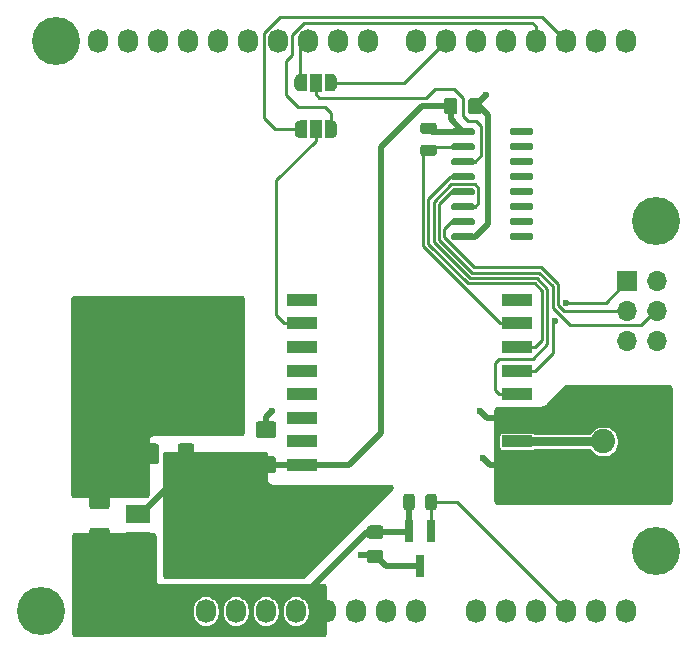
<source format=gtl>
G04 #@! TF.GenerationSoftware,KiCad,Pcbnew,5.1.6-c6e7f7d~87~ubuntu18.04.1*
G04 #@! TF.CreationDate,2020-08-10T00:51:20+02:00*
G04 #@! TF.ProjectId,MyGateway,4d794761-7465-4776-9179-2e6b69636164,rev?*
G04 #@! TF.SameCoordinates,Original*
G04 #@! TF.FileFunction,Copper,L1,Top*
G04 #@! TF.FilePolarity,Positive*
%FSLAX46Y46*%
G04 Gerber Fmt 4.6, Leading zero omitted, Abs format (unit mm)*
G04 Created by KiCad (PCBNEW 5.1.6-c6e7f7d~87~ubuntu18.04.1) date 2020-08-10 00:51:20*
%MOMM*%
%LPD*%
G01*
G04 APERTURE LIST*
G04 #@! TA.AperFunction,SMDPad,CuDef*
%ADD10R,2.500000X1.000000*%
G04 #@! TD*
G04 #@! TA.AperFunction,SMDPad,CuDef*
%ADD11R,0.800000X1.900000*%
G04 #@! TD*
G04 #@! TA.AperFunction,SMDPad,CuDef*
%ADD12R,2.000000X1.500000*%
G04 #@! TD*
G04 #@! TA.AperFunction,SMDPad,CuDef*
%ADD13R,2.000000X3.800000*%
G04 #@! TD*
G04 #@! TA.AperFunction,ComponentPad*
%ADD14C,2.050000*%
G04 #@! TD*
G04 #@! TA.AperFunction,ComponentPad*
%ADD15C,2.250000*%
G04 #@! TD*
G04 #@! TA.AperFunction,ComponentPad*
%ADD16O,1.727200X2.032000*%
G04 #@! TD*
G04 #@! TA.AperFunction,ComponentPad*
%ADD17C,4.064000*%
G04 #@! TD*
G04 #@! TA.AperFunction,ComponentPad*
%ADD18R,1.700000X1.700000*%
G04 #@! TD*
G04 #@! TA.AperFunction,ComponentPad*
%ADD19O,1.700000X1.700000*%
G04 #@! TD*
G04 #@! TA.AperFunction,SMDPad,CuDef*
%ADD20C,0.100000*%
G04 #@! TD*
G04 #@! TA.AperFunction,SMDPad,CuDef*
%ADD21R,1.000000X1.500000*%
G04 #@! TD*
G04 #@! TA.AperFunction,ViaPad*
%ADD22C,0.600000*%
G04 #@! TD*
G04 #@! TA.AperFunction,Conductor*
%ADD23C,0.500000*%
G04 #@! TD*
G04 #@! TA.AperFunction,Conductor*
%ADD24C,0.250000*%
G04 #@! TD*
G04 #@! TA.AperFunction,Conductor*
%ADD25C,0.800000*%
G04 #@! TD*
G04 #@! TA.AperFunction,Conductor*
%ADD26C,0.254000*%
G04 #@! TD*
G04 APERTURE END LIST*
G04 #@! TA.AperFunction,SMDPad,CuDef*
G36*
G01*
X157351750Y-84335000D02*
X158264250Y-84335000D01*
G75*
G02*
X158508000Y-84578750I0J-243750D01*
G01*
X158508000Y-85066250D01*
G75*
G02*
X158264250Y-85310000I-243750J0D01*
G01*
X157351750Y-85310000D01*
G75*
G02*
X157108000Y-85066250I0J243750D01*
G01*
X157108000Y-84578750D01*
G75*
G02*
X157351750Y-84335000I243750J0D01*
G01*
G37*
G04 #@! TD.AperFunction*
G04 #@! TA.AperFunction,SMDPad,CuDef*
G36*
G01*
X157351750Y-82460000D02*
X158264250Y-82460000D01*
G75*
G02*
X158508000Y-82703750I0J-243750D01*
G01*
X158508000Y-83191250D01*
G75*
G02*
X158264250Y-83435000I-243750J0D01*
G01*
X157351750Y-83435000D01*
G75*
G02*
X157108000Y-83191250I0J243750D01*
G01*
X157108000Y-82703750D01*
G75*
G02*
X157351750Y-82460000I243750J0D01*
G01*
G37*
G04 #@! TD.AperFunction*
G04 #@! TA.AperFunction,SMDPad,CuDef*
G36*
G01*
X161158000Y-81525001D02*
X161158000Y-80624999D01*
G75*
G02*
X161407999Y-80375000I249999J0D01*
G01*
X162058001Y-80375000D01*
G75*
G02*
X162308000Y-80624999I0J-249999D01*
G01*
X162308000Y-81525001D01*
G75*
G02*
X162058001Y-81775000I-249999J0D01*
G01*
X161407999Y-81775000D01*
G75*
G02*
X161158000Y-81525001I0J249999D01*
G01*
G37*
G04 #@! TD.AperFunction*
G04 #@! TA.AperFunction,SMDPad,CuDef*
G36*
G01*
X159108000Y-81525001D02*
X159108000Y-80624999D01*
G75*
G02*
X159357999Y-80375000I249999J0D01*
G01*
X160008001Y-80375000D01*
G75*
G02*
X160258000Y-80624999I0J-249999D01*
G01*
X160258000Y-81525001D01*
G75*
G02*
X160008001Y-81775000I-249999J0D01*
G01*
X159357999Y-81775000D01*
G75*
G02*
X159108000Y-81525001I0J249999D01*
G01*
G37*
G04 #@! TD.AperFunction*
G04 #@! TA.AperFunction,SMDPad,CuDef*
G36*
G01*
X144673000Y-109180000D02*
X143423000Y-109180000D01*
G75*
G02*
X143173000Y-108930000I0J250000D01*
G01*
X143173000Y-108005000D01*
G75*
G02*
X143423000Y-107755000I250000J0D01*
G01*
X144673000Y-107755000D01*
G75*
G02*
X144923000Y-108005000I0J-250000D01*
G01*
X144923000Y-108930000D01*
G75*
G02*
X144673000Y-109180000I-250000J0D01*
G01*
G37*
G04 #@! TD.AperFunction*
G04 #@! TA.AperFunction,SMDPad,CuDef*
G36*
G01*
X144673000Y-112155000D02*
X143423000Y-112155000D01*
G75*
G02*
X143173000Y-111905000I0J250000D01*
G01*
X143173000Y-110980000D01*
G75*
G02*
X143423000Y-110730000I250000J0D01*
G01*
X144673000Y-110730000D01*
G75*
G02*
X144923000Y-110980000I0J-250000D01*
G01*
X144923000Y-111905000D01*
G75*
G02*
X144673000Y-112155000I-250000J0D01*
G01*
G37*
G04 #@! TD.AperFunction*
G04 #@! TA.AperFunction,SMDPad,CuDef*
G36*
G01*
X152837999Y-118622500D02*
X153738001Y-118622500D01*
G75*
G02*
X153988000Y-118872499I0J-249999D01*
G01*
X153988000Y-119522501D01*
G75*
G02*
X153738001Y-119772500I-249999J0D01*
G01*
X152837999Y-119772500D01*
G75*
G02*
X152588000Y-119522501I0J249999D01*
G01*
X152588000Y-118872499D01*
G75*
G02*
X152837999Y-118622500I249999J0D01*
G01*
G37*
G04 #@! TD.AperFunction*
G04 #@! TA.AperFunction,SMDPad,CuDef*
G36*
G01*
X152837999Y-116572500D02*
X153738001Y-116572500D01*
G75*
G02*
X153988000Y-116822499I0J-249999D01*
G01*
X153988000Y-117472501D01*
G75*
G02*
X153738001Y-117722500I-249999J0D01*
G01*
X152837999Y-117722500D01*
G75*
G02*
X152588000Y-117472501I0J249999D01*
G01*
X152588000Y-116822499D01*
G75*
G02*
X152837999Y-116572500I249999J0D01*
G01*
G37*
G04 #@! TD.AperFunction*
D10*
X147111000Y-97466900D03*
X147111000Y-99466900D03*
X147111000Y-101466900D03*
X147111000Y-103466900D03*
X147111000Y-105466900D03*
X147111000Y-107466900D03*
X147111000Y-109466900D03*
X147111000Y-111466900D03*
X165311000Y-111466900D03*
X165311000Y-109466900D03*
X165311000Y-107466900D03*
X165311000Y-105466900D03*
X165311000Y-103466900D03*
X165311000Y-101466900D03*
X165311000Y-99466900D03*
X165311000Y-97466900D03*
D11*
X158048000Y-117005000D03*
X156148000Y-117005000D03*
X157098000Y-120005000D03*
G04 #@! TA.AperFunction,SMDPad,CuDef*
G36*
G01*
X164708000Y-83390000D02*
X164708000Y-83090000D01*
G75*
G02*
X164858000Y-82940000I150000J0D01*
G01*
X166508000Y-82940000D01*
G75*
G02*
X166658000Y-83090000I0J-150000D01*
G01*
X166658000Y-83390000D01*
G75*
G02*
X166508000Y-83540000I-150000J0D01*
G01*
X164858000Y-83540000D01*
G75*
G02*
X164708000Y-83390000I0J150000D01*
G01*
G37*
G04 #@! TD.AperFunction*
G04 #@! TA.AperFunction,SMDPad,CuDef*
G36*
G01*
X164708000Y-84660000D02*
X164708000Y-84360000D01*
G75*
G02*
X164858000Y-84210000I150000J0D01*
G01*
X166508000Y-84210000D01*
G75*
G02*
X166658000Y-84360000I0J-150000D01*
G01*
X166658000Y-84660000D01*
G75*
G02*
X166508000Y-84810000I-150000J0D01*
G01*
X164858000Y-84810000D01*
G75*
G02*
X164708000Y-84660000I0J150000D01*
G01*
G37*
G04 #@! TD.AperFunction*
G04 #@! TA.AperFunction,SMDPad,CuDef*
G36*
G01*
X164708000Y-85930000D02*
X164708000Y-85630000D01*
G75*
G02*
X164858000Y-85480000I150000J0D01*
G01*
X166508000Y-85480000D01*
G75*
G02*
X166658000Y-85630000I0J-150000D01*
G01*
X166658000Y-85930000D01*
G75*
G02*
X166508000Y-86080000I-150000J0D01*
G01*
X164858000Y-86080000D01*
G75*
G02*
X164708000Y-85930000I0J150000D01*
G01*
G37*
G04 #@! TD.AperFunction*
G04 #@! TA.AperFunction,SMDPad,CuDef*
G36*
G01*
X164708000Y-87200000D02*
X164708000Y-86900000D01*
G75*
G02*
X164858000Y-86750000I150000J0D01*
G01*
X166508000Y-86750000D01*
G75*
G02*
X166658000Y-86900000I0J-150000D01*
G01*
X166658000Y-87200000D01*
G75*
G02*
X166508000Y-87350000I-150000J0D01*
G01*
X164858000Y-87350000D01*
G75*
G02*
X164708000Y-87200000I0J150000D01*
G01*
G37*
G04 #@! TD.AperFunction*
G04 #@! TA.AperFunction,SMDPad,CuDef*
G36*
G01*
X164708000Y-88470000D02*
X164708000Y-88170000D01*
G75*
G02*
X164858000Y-88020000I150000J0D01*
G01*
X166508000Y-88020000D01*
G75*
G02*
X166658000Y-88170000I0J-150000D01*
G01*
X166658000Y-88470000D01*
G75*
G02*
X166508000Y-88620000I-150000J0D01*
G01*
X164858000Y-88620000D01*
G75*
G02*
X164708000Y-88470000I0J150000D01*
G01*
G37*
G04 #@! TD.AperFunction*
G04 #@! TA.AperFunction,SMDPad,CuDef*
G36*
G01*
X164708000Y-89740000D02*
X164708000Y-89440000D01*
G75*
G02*
X164858000Y-89290000I150000J0D01*
G01*
X166508000Y-89290000D01*
G75*
G02*
X166658000Y-89440000I0J-150000D01*
G01*
X166658000Y-89740000D01*
G75*
G02*
X166508000Y-89890000I-150000J0D01*
G01*
X164858000Y-89890000D01*
G75*
G02*
X164708000Y-89740000I0J150000D01*
G01*
G37*
G04 #@! TD.AperFunction*
G04 #@! TA.AperFunction,SMDPad,CuDef*
G36*
G01*
X164708000Y-91010000D02*
X164708000Y-90710000D01*
G75*
G02*
X164858000Y-90560000I150000J0D01*
G01*
X166508000Y-90560000D01*
G75*
G02*
X166658000Y-90710000I0J-150000D01*
G01*
X166658000Y-91010000D01*
G75*
G02*
X166508000Y-91160000I-150000J0D01*
G01*
X164858000Y-91160000D01*
G75*
G02*
X164708000Y-91010000I0J150000D01*
G01*
G37*
G04 #@! TD.AperFunction*
G04 #@! TA.AperFunction,SMDPad,CuDef*
G36*
G01*
X164708000Y-92280000D02*
X164708000Y-91980000D01*
G75*
G02*
X164858000Y-91830000I150000J0D01*
G01*
X166508000Y-91830000D01*
G75*
G02*
X166658000Y-91980000I0J-150000D01*
G01*
X166658000Y-92280000D01*
G75*
G02*
X166508000Y-92430000I-150000J0D01*
G01*
X164858000Y-92430000D01*
G75*
G02*
X164708000Y-92280000I0J150000D01*
G01*
G37*
G04 #@! TD.AperFunction*
G04 #@! TA.AperFunction,SMDPad,CuDef*
G36*
G01*
X159758000Y-92280000D02*
X159758000Y-91980000D01*
G75*
G02*
X159908000Y-91830000I150000J0D01*
G01*
X161558000Y-91830000D01*
G75*
G02*
X161708000Y-91980000I0J-150000D01*
G01*
X161708000Y-92280000D01*
G75*
G02*
X161558000Y-92430000I-150000J0D01*
G01*
X159908000Y-92430000D01*
G75*
G02*
X159758000Y-92280000I0J150000D01*
G01*
G37*
G04 #@! TD.AperFunction*
G04 #@! TA.AperFunction,SMDPad,CuDef*
G36*
G01*
X159758000Y-91010000D02*
X159758000Y-90710000D01*
G75*
G02*
X159908000Y-90560000I150000J0D01*
G01*
X161558000Y-90560000D01*
G75*
G02*
X161708000Y-90710000I0J-150000D01*
G01*
X161708000Y-91010000D01*
G75*
G02*
X161558000Y-91160000I-150000J0D01*
G01*
X159908000Y-91160000D01*
G75*
G02*
X159758000Y-91010000I0J150000D01*
G01*
G37*
G04 #@! TD.AperFunction*
G04 #@! TA.AperFunction,SMDPad,CuDef*
G36*
G01*
X159758000Y-89740000D02*
X159758000Y-89440000D01*
G75*
G02*
X159908000Y-89290000I150000J0D01*
G01*
X161558000Y-89290000D01*
G75*
G02*
X161708000Y-89440000I0J-150000D01*
G01*
X161708000Y-89740000D01*
G75*
G02*
X161558000Y-89890000I-150000J0D01*
G01*
X159908000Y-89890000D01*
G75*
G02*
X159758000Y-89740000I0J150000D01*
G01*
G37*
G04 #@! TD.AperFunction*
G04 #@! TA.AperFunction,SMDPad,CuDef*
G36*
G01*
X159758000Y-88470000D02*
X159758000Y-88170000D01*
G75*
G02*
X159908000Y-88020000I150000J0D01*
G01*
X161558000Y-88020000D01*
G75*
G02*
X161708000Y-88170000I0J-150000D01*
G01*
X161708000Y-88470000D01*
G75*
G02*
X161558000Y-88620000I-150000J0D01*
G01*
X159908000Y-88620000D01*
G75*
G02*
X159758000Y-88470000I0J150000D01*
G01*
G37*
G04 #@! TD.AperFunction*
G04 #@! TA.AperFunction,SMDPad,CuDef*
G36*
G01*
X159758000Y-87200000D02*
X159758000Y-86900000D01*
G75*
G02*
X159908000Y-86750000I150000J0D01*
G01*
X161558000Y-86750000D01*
G75*
G02*
X161708000Y-86900000I0J-150000D01*
G01*
X161708000Y-87200000D01*
G75*
G02*
X161558000Y-87350000I-150000J0D01*
G01*
X159908000Y-87350000D01*
G75*
G02*
X159758000Y-87200000I0J150000D01*
G01*
G37*
G04 #@! TD.AperFunction*
G04 #@! TA.AperFunction,SMDPad,CuDef*
G36*
G01*
X159758000Y-85930000D02*
X159758000Y-85630000D01*
G75*
G02*
X159908000Y-85480000I150000J0D01*
G01*
X161558000Y-85480000D01*
G75*
G02*
X161708000Y-85630000I0J-150000D01*
G01*
X161708000Y-85930000D01*
G75*
G02*
X161558000Y-86080000I-150000J0D01*
G01*
X159908000Y-86080000D01*
G75*
G02*
X159758000Y-85930000I0J150000D01*
G01*
G37*
G04 #@! TD.AperFunction*
G04 #@! TA.AperFunction,SMDPad,CuDef*
G36*
G01*
X159758000Y-84660000D02*
X159758000Y-84360000D01*
G75*
G02*
X159908000Y-84210000I150000J0D01*
G01*
X161558000Y-84210000D01*
G75*
G02*
X161708000Y-84360000I0J-150000D01*
G01*
X161708000Y-84660000D01*
G75*
G02*
X161558000Y-84810000I-150000J0D01*
G01*
X159908000Y-84810000D01*
G75*
G02*
X159758000Y-84660000I0J150000D01*
G01*
G37*
G04 #@! TD.AperFunction*
G04 #@! TA.AperFunction,SMDPad,CuDef*
G36*
G01*
X159758000Y-83390000D02*
X159758000Y-83090000D01*
G75*
G02*
X159908000Y-82940000I150000J0D01*
G01*
X161558000Y-82940000D01*
G75*
G02*
X161708000Y-83090000I0J-150000D01*
G01*
X161708000Y-83390000D01*
G75*
G02*
X161558000Y-83540000I-150000J0D01*
G01*
X159908000Y-83540000D01*
G75*
G02*
X159758000Y-83390000I0J150000D01*
G01*
G37*
G04 #@! TD.AperFunction*
D12*
X133228000Y-113315000D03*
X133228000Y-117915000D03*
X133228000Y-115615000D03*
D13*
X139528000Y-115615000D03*
G04 #@! TA.AperFunction,SMDPad,CuDef*
G36*
G01*
X157548000Y-115051250D02*
X157548000Y-114138750D01*
G75*
G02*
X157791750Y-113895000I243750J0D01*
G01*
X158279250Y-113895000D01*
G75*
G02*
X158523000Y-114138750I0J-243750D01*
G01*
X158523000Y-115051250D01*
G75*
G02*
X158279250Y-115295000I-243750J0D01*
G01*
X157791750Y-115295000D01*
G75*
G02*
X157548000Y-115051250I0J243750D01*
G01*
G37*
G04 #@! TD.AperFunction*
G04 #@! TA.AperFunction,SMDPad,CuDef*
G36*
G01*
X155673000Y-115051250D02*
X155673000Y-114138750D01*
G75*
G02*
X155916750Y-113895000I243750J0D01*
G01*
X156404250Y-113895000D01*
G75*
G02*
X156648000Y-114138750I0J-243750D01*
G01*
X156648000Y-115051250D01*
G75*
G02*
X156404250Y-115295000I-243750J0D01*
G01*
X155916750Y-115295000D01*
G75*
G02*
X155673000Y-115051250I0J243750D01*
G01*
G37*
G04 #@! TD.AperFunction*
D14*
X172598000Y-109465000D03*
D15*
X175138000Y-106925000D03*
X170058000Y-106925000D03*
X170058000Y-112005000D03*
X175138000Y-112005000D03*
G04 #@! TA.AperFunction,SMDPad,CuDef*
G36*
G01*
X135013000Y-109880000D02*
X135013000Y-111130000D01*
G75*
G02*
X134763000Y-111380000I-250000J0D01*
G01*
X133838000Y-111380000D01*
G75*
G02*
X133588000Y-111130000I0J250000D01*
G01*
X133588000Y-109880000D01*
G75*
G02*
X133838000Y-109630000I250000J0D01*
G01*
X134763000Y-109630000D01*
G75*
G02*
X135013000Y-109880000I0J-250000D01*
G01*
G37*
G04 #@! TD.AperFunction*
G04 #@! TA.AperFunction,SMDPad,CuDef*
G36*
G01*
X137988000Y-109880000D02*
X137988000Y-111130000D01*
G75*
G02*
X137738000Y-111380000I-250000J0D01*
G01*
X136813000Y-111380000D01*
G75*
G02*
X136563000Y-111130000I0J250000D01*
G01*
X136563000Y-109880000D01*
G75*
G02*
X136813000Y-109630000I250000J0D01*
G01*
X137738000Y-109630000D01*
G75*
G02*
X137988000Y-109880000I0J-250000D01*
G01*
G37*
G04 #@! TD.AperFunction*
G04 #@! TA.AperFunction,SMDPad,CuDef*
G36*
G01*
X130583000Y-115220000D02*
X129333000Y-115220000D01*
G75*
G02*
X129083000Y-114970000I0J250000D01*
G01*
X129083000Y-114045000D01*
G75*
G02*
X129333000Y-113795000I250000J0D01*
G01*
X130583000Y-113795000D01*
G75*
G02*
X130833000Y-114045000I0J-250000D01*
G01*
X130833000Y-114970000D01*
G75*
G02*
X130583000Y-115220000I-250000J0D01*
G01*
G37*
G04 #@! TD.AperFunction*
G04 #@! TA.AperFunction,SMDPad,CuDef*
G36*
G01*
X130583000Y-118195000D02*
X129333000Y-118195000D01*
G75*
G02*
X129083000Y-117945000I0J250000D01*
G01*
X129083000Y-117020000D01*
G75*
G02*
X129333000Y-116770000I250000J0D01*
G01*
X130583000Y-116770000D01*
G75*
G02*
X130833000Y-117020000I0J-250000D01*
G01*
X130833000Y-117945000D01*
G75*
G02*
X130583000Y-118195000I-250000J0D01*
G01*
G37*
G04 #@! TD.AperFunction*
D16*
X138938000Y-123825000D03*
X141478000Y-123825000D03*
X144018000Y-123825000D03*
X146558000Y-123825000D03*
X149098000Y-123825000D03*
X151638000Y-123825000D03*
X154178000Y-123825000D03*
X156718000Y-123825000D03*
X161798000Y-123825000D03*
X164338000Y-123825000D03*
X166878000Y-123825000D03*
X169418000Y-123825000D03*
X171958000Y-123825000D03*
X174498000Y-123825000D03*
X129794000Y-75565000D03*
X132334000Y-75565000D03*
X134874000Y-75565000D03*
X137414000Y-75565000D03*
X139954000Y-75565000D03*
X142494000Y-75565000D03*
X145034000Y-75565000D03*
X147574000Y-75565000D03*
X150114000Y-75565000D03*
X152654000Y-75565000D03*
X156718000Y-75565000D03*
X159258000Y-75565000D03*
X161798000Y-75565000D03*
X164338000Y-75565000D03*
X166878000Y-75565000D03*
X169418000Y-75565000D03*
X171958000Y-75565000D03*
X174498000Y-75565000D03*
D17*
X124968000Y-123825000D03*
X177038000Y-118745000D03*
X126238000Y-75565000D03*
X177038000Y-90805000D03*
D18*
X174628000Y-95885000D03*
D19*
X177168000Y-95885000D03*
X174628000Y-98425000D03*
X177168000Y-98425000D03*
X174628000Y-100965000D03*
X177168000Y-100965000D03*
G04 #@! TA.AperFunction,SMDPad,CuDef*
D20*
G36*
X149008000Y-78325000D02*
G01*
X149558000Y-78325000D01*
X149558000Y-78325602D01*
X149582534Y-78325602D01*
X149631365Y-78330412D01*
X149679490Y-78339984D01*
X149726445Y-78354228D01*
X149771778Y-78373005D01*
X149815051Y-78396136D01*
X149855850Y-78423396D01*
X149893779Y-78454524D01*
X149928476Y-78489221D01*
X149959604Y-78527150D01*
X149986864Y-78567949D01*
X150009995Y-78611222D01*
X150028772Y-78656555D01*
X150043016Y-78703510D01*
X150052588Y-78751635D01*
X150057398Y-78800466D01*
X150057398Y-78825000D01*
X150058000Y-78825000D01*
X150058000Y-79325000D01*
X150057398Y-79325000D01*
X150057398Y-79349534D01*
X150052588Y-79398365D01*
X150043016Y-79446490D01*
X150028772Y-79493445D01*
X150009995Y-79538778D01*
X149986864Y-79582051D01*
X149959604Y-79622850D01*
X149928476Y-79660779D01*
X149893779Y-79695476D01*
X149855850Y-79726604D01*
X149815051Y-79753864D01*
X149771778Y-79776995D01*
X149726445Y-79795772D01*
X149679490Y-79810016D01*
X149631365Y-79819588D01*
X149582534Y-79824398D01*
X149558000Y-79824398D01*
X149558000Y-79825000D01*
X149008000Y-79825000D01*
X149008000Y-78325000D01*
G37*
G04 #@! TD.AperFunction*
G04 #@! TA.AperFunction,SMDPad,CuDef*
G36*
X146958000Y-79824398D02*
G01*
X146933466Y-79824398D01*
X146884635Y-79819588D01*
X146836510Y-79810016D01*
X146789555Y-79795772D01*
X146744222Y-79776995D01*
X146700949Y-79753864D01*
X146660150Y-79726604D01*
X146622221Y-79695476D01*
X146587524Y-79660779D01*
X146556396Y-79622850D01*
X146529136Y-79582051D01*
X146506005Y-79538778D01*
X146487228Y-79493445D01*
X146472984Y-79446490D01*
X146463412Y-79398365D01*
X146458602Y-79349534D01*
X146458602Y-79325000D01*
X146458000Y-79325000D01*
X146458000Y-78825000D01*
X146458602Y-78825000D01*
X146458602Y-78800466D01*
X146463412Y-78751635D01*
X146472984Y-78703510D01*
X146487228Y-78656555D01*
X146506005Y-78611222D01*
X146529136Y-78567949D01*
X146556396Y-78527150D01*
X146587524Y-78489221D01*
X146622221Y-78454524D01*
X146660150Y-78423396D01*
X146700949Y-78396136D01*
X146744222Y-78373005D01*
X146789555Y-78354228D01*
X146836510Y-78339984D01*
X146884635Y-78330412D01*
X146933466Y-78325602D01*
X146958000Y-78325602D01*
X146958000Y-78325000D01*
X147508000Y-78325000D01*
X147508000Y-79825000D01*
X146958000Y-79825000D01*
X146958000Y-79824398D01*
G37*
G04 #@! TD.AperFunction*
D21*
X148258000Y-79075000D03*
X148268000Y-83025000D03*
G04 #@! TA.AperFunction,SMDPad,CuDef*
D20*
G36*
X146968000Y-83774398D02*
G01*
X146943466Y-83774398D01*
X146894635Y-83769588D01*
X146846510Y-83760016D01*
X146799555Y-83745772D01*
X146754222Y-83726995D01*
X146710949Y-83703864D01*
X146670150Y-83676604D01*
X146632221Y-83645476D01*
X146597524Y-83610779D01*
X146566396Y-83572850D01*
X146539136Y-83532051D01*
X146516005Y-83488778D01*
X146497228Y-83443445D01*
X146482984Y-83396490D01*
X146473412Y-83348365D01*
X146468602Y-83299534D01*
X146468602Y-83275000D01*
X146468000Y-83275000D01*
X146468000Y-82775000D01*
X146468602Y-82775000D01*
X146468602Y-82750466D01*
X146473412Y-82701635D01*
X146482984Y-82653510D01*
X146497228Y-82606555D01*
X146516005Y-82561222D01*
X146539136Y-82517949D01*
X146566396Y-82477150D01*
X146597524Y-82439221D01*
X146632221Y-82404524D01*
X146670150Y-82373396D01*
X146710949Y-82346136D01*
X146754222Y-82323005D01*
X146799555Y-82304228D01*
X146846510Y-82289984D01*
X146894635Y-82280412D01*
X146943466Y-82275602D01*
X146968000Y-82275602D01*
X146968000Y-82275000D01*
X147518000Y-82275000D01*
X147518000Y-83775000D01*
X146968000Y-83775000D01*
X146968000Y-83774398D01*
G37*
G04 #@! TD.AperFunction*
G04 #@! TA.AperFunction,SMDPad,CuDef*
G36*
X149018000Y-82275000D02*
G01*
X149568000Y-82275000D01*
X149568000Y-82275602D01*
X149592534Y-82275602D01*
X149641365Y-82280412D01*
X149689490Y-82289984D01*
X149736445Y-82304228D01*
X149781778Y-82323005D01*
X149825051Y-82346136D01*
X149865850Y-82373396D01*
X149903779Y-82404524D01*
X149938476Y-82439221D01*
X149969604Y-82477150D01*
X149996864Y-82517949D01*
X150019995Y-82561222D01*
X150038772Y-82606555D01*
X150053016Y-82653510D01*
X150062588Y-82701635D01*
X150067398Y-82750466D01*
X150067398Y-82775000D01*
X150068000Y-82775000D01*
X150068000Y-83275000D01*
X150067398Y-83275000D01*
X150067398Y-83299534D01*
X150062588Y-83348365D01*
X150053016Y-83396490D01*
X150038772Y-83443445D01*
X150019995Y-83488778D01*
X149996864Y-83532051D01*
X149969604Y-83572850D01*
X149938476Y-83610779D01*
X149903779Y-83645476D01*
X149865850Y-83676604D01*
X149825051Y-83703864D01*
X149781778Y-83726995D01*
X149736445Y-83745772D01*
X149689490Y-83760016D01*
X149641365Y-83769588D01*
X149592534Y-83774398D01*
X149568000Y-83774398D01*
X149568000Y-83775000D01*
X149018000Y-83775000D01*
X149018000Y-82275000D01*
G37*
G04 #@! TD.AperFunction*
D22*
X162658000Y-80125000D03*
X162198000Y-106865000D03*
X162398000Y-110865000D03*
X144578000Y-106855000D03*
X131588000Y-109205000D03*
X129068000Y-112705000D03*
X152098000Y-119095000D03*
X169449942Y-97703058D03*
X168561058Y-99251942D03*
D23*
X149098000Y-123825000D02*
X149098000Y-123977400D01*
X156148000Y-114607500D02*
X156160500Y-114595000D01*
X156148000Y-117005000D02*
X156148000Y-114607500D01*
X156005500Y-117147500D02*
X156148000Y-117005000D01*
X153288000Y-117147500D02*
X156005500Y-117147500D01*
X149008000Y-123825000D02*
X147878000Y-122695000D01*
X152588000Y-117147500D02*
X153288000Y-117147500D01*
X149098000Y-123825000D02*
X149008000Y-123825000D01*
X147878000Y-121857500D02*
X152588000Y-117147500D01*
X147878000Y-122695000D02*
X147878000Y-121857500D01*
X152113000Y-119110000D02*
X152098000Y-119095000D01*
X161733000Y-81075000D02*
X161733000Y-81050000D01*
X161733000Y-81050000D02*
X162658000Y-80125000D01*
X161708000Y-92130000D02*
X160733000Y-92130000D01*
X162828000Y-81805000D02*
X162828000Y-91010000D01*
X161733000Y-81075000D02*
X162098000Y-81075000D01*
X162828000Y-91010000D02*
X161708000Y-92130000D01*
X162098000Y-81075000D02*
X162828000Y-81805000D01*
X165311000Y-107466900D02*
X162799900Y-107466900D01*
X162799900Y-107466900D02*
X162198000Y-106865000D01*
X165311000Y-111466900D02*
X162999900Y-111466900D01*
X162999900Y-111466900D02*
X162398000Y-110865000D01*
X144048000Y-108467500D02*
X144048000Y-107385000D01*
X144048000Y-107385000D02*
X144578000Y-106855000D01*
X132818000Y-110435000D02*
X131588000Y-109205000D01*
X129958000Y-114507500D02*
X129958000Y-113595000D01*
X129958000Y-113595000D02*
X129068000Y-112705000D01*
X132818000Y-110435000D02*
X134230500Y-110435000D01*
X153288000Y-119110000D02*
X152113000Y-119110000D01*
X154183000Y-120005000D02*
X153288000Y-119110000D01*
X157098000Y-120005000D02*
X154183000Y-120005000D01*
X134230500Y-110435000D02*
X134300500Y-110505000D01*
D24*
X158035500Y-116992500D02*
X158048000Y-117005000D01*
X158035500Y-114595000D02*
X158035500Y-116992500D01*
X160188000Y-114595000D02*
X158035500Y-114595000D01*
X169418000Y-123825000D02*
X160188000Y-114595000D01*
X159258000Y-75565000D02*
X155828000Y-78995000D01*
X155748000Y-79075000D02*
X155828000Y-78995000D01*
X149558000Y-79075000D02*
X155748000Y-79075000D01*
X167398000Y-73545000D02*
X169418000Y-75565000D01*
X145220652Y-73545000D02*
X167398000Y-73545000D01*
X143845390Y-74920262D02*
X145220652Y-73545000D01*
X143845390Y-74920262D02*
X143845390Y-82042390D01*
X144828000Y-83025000D02*
X146968000Y-83025000D01*
X143845390Y-82042390D02*
X144828000Y-83025000D01*
D23*
X159683000Y-82190000D02*
X160733000Y-83240000D01*
X159683000Y-81075000D02*
X159683000Y-82190000D01*
X158100500Y-83240000D02*
X157808000Y-82947500D01*
X160733000Y-83240000D02*
X158100500Y-83240000D01*
X144072400Y-111466900D02*
X144048000Y-111442500D01*
X147111000Y-111466900D02*
X144072400Y-111466900D01*
X138978000Y-115615000D02*
X136778000Y-113415000D01*
X135688002Y-113415000D02*
X136778000Y-113415000D01*
X133488002Y-115615000D02*
X135688002Y-113415000D01*
X151106100Y-111466900D02*
X147111000Y-111466900D01*
X153828000Y-108745000D02*
X151106100Y-111466900D01*
X153828000Y-84495000D02*
X153828000Y-108745000D01*
X159683000Y-81075000D02*
X157248000Y-81075000D01*
X157248000Y-81075000D02*
X153828000Y-84495000D01*
X139528000Y-115615000D02*
X138978000Y-115615000D01*
X133228000Y-115615000D02*
X133488002Y-115615000D01*
D25*
X172596100Y-109466900D02*
X172598000Y-109465000D01*
X165311000Y-109466900D02*
X172596100Y-109466900D01*
D24*
X160733000Y-84510000D02*
X158120500Y-84510000D01*
X157808000Y-84822500D02*
X157322473Y-85308027D01*
X157322473Y-85308027D02*
X157322473Y-92925883D01*
X163863490Y-99466900D02*
X165311000Y-99466900D01*
X158120500Y-84510000D02*
X157808000Y-84822500D01*
X157322473Y-92925883D02*
X163863490Y-99466900D01*
X159673000Y-87050000D02*
X160733000Y-87050000D01*
X157788000Y-88935000D02*
X159673000Y-87050000D01*
X161118000Y-96085000D02*
X157788000Y-92755000D01*
X166811000Y-101466900D02*
X167417989Y-100859911D01*
X165311000Y-101466900D02*
X166811000Y-101466900D01*
X167417989Y-100859911D02*
X167417989Y-96704989D01*
X157788000Y-92755000D02*
X157788000Y-88935000D01*
X166798000Y-96085000D02*
X161118000Y-96085000D01*
X167417989Y-96704989D02*
X166798000Y-96085000D01*
X163811000Y-105466900D02*
X165311000Y-105466900D01*
X159711242Y-87694990D02*
X158247982Y-89158250D01*
X161754758Y-87694990D02*
X159711242Y-87694990D01*
X162033010Y-87973242D02*
X161754758Y-87694990D01*
X162033010Y-89264990D02*
X162033010Y-87973242D01*
X158247982Y-89158250D02*
X158247982Y-92564570D01*
X166984400Y-95634989D02*
X167868000Y-96518589D01*
X161708000Y-89590000D02*
X162033010Y-89264990D01*
X161318401Y-95634989D02*
X166984400Y-95634989D01*
X167868000Y-96518589D02*
X167868000Y-101244902D01*
X167868000Y-101244902D02*
X166637902Y-102475000D01*
X163418000Y-102855000D02*
X163418000Y-105073900D01*
X163798000Y-102475000D02*
X163418000Y-102855000D01*
X158247982Y-92564570D02*
X161318401Y-95634989D01*
X166637902Y-102475000D02*
X163798000Y-102475000D01*
X160733000Y-89590000D02*
X161708000Y-89590000D01*
X163418000Y-105073900D02*
X163811000Y-105466900D01*
X159148000Y-91470000D02*
X159758000Y-90860000D01*
X169288000Y-98425000D02*
X168768020Y-97905020D01*
X168768020Y-96135020D02*
X167342999Y-94709999D01*
X159758000Y-90860000D02*
X160733000Y-90860000D01*
X168768020Y-97905020D02*
X168768020Y-96135020D01*
X174628000Y-98425000D02*
X169288000Y-98425000D01*
X159148000Y-92191768D02*
X159148000Y-91470000D01*
X161666231Y-94709999D02*
X159148000Y-92191768D01*
X167342999Y-94709999D02*
X161666231Y-94709999D01*
X176978002Y-98425000D02*
X177168000Y-98425000D01*
X168318010Y-96332189D02*
X168318010Y-98125010D01*
X159758000Y-88320000D02*
X158697990Y-89380010D01*
X160733000Y-88320000D02*
X159758000Y-88320000D01*
X158697990Y-89380010D02*
X158697991Y-92378169D01*
X158697991Y-92378169D02*
X161479831Y-95160009D01*
X161479831Y-95160009D02*
X167145830Y-95160009D01*
X167145830Y-95160009D02*
X168318010Y-96332189D01*
X168318010Y-98125010D02*
X169793001Y-99600001D01*
X169793001Y-99600001D02*
X175803001Y-99600001D01*
X175803001Y-99600001D02*
X176978002Y-98425000D01*
X166811000Y-103466900D02*
X165311000Y-103466900D01*
X168335450Y-101942450D02*
X166811000Y-103466900D01*
X168335450Y-101942450D02*
X168335450Y-99447550D01*
X168335450Y-99447550D02*
X168365450Y-99447550D01*
X168365450Y-99447550D02*
X168561058Y-99251942D01*
X172809942Y-97703058D02*
X174628000Y-95885000D01*
X169449942Y-97703058D02*
X172809942Y-97703058D01*
X147574000Y-75565000D02*
X147574000Y-75691000D01*
X146958000Y-76181000D02*
X146958000Y-79075000D01*
X147574000Y-75565000D02*
X146958000Y-76181000D01*
X161708000Y-85780000D02*
X160733000Y-85780000D01*
X162238000Y-85250000D02*
X161708000Y-85780000D01*
X161118000Y-82335000D02*
X161798000Y-82335000D01*
X160708000Y-81925000D02*
X161118000Y-82335000D01*
X160708000Y-80345000D02*
X160708000Y-81925000D01*
X148258000Y-80055000D02*
X148558000Y-80355000D01*
X161798000Y-82335000D02*
X162238000Y-82775000D01*
X148558000Y-80355000D02*
X157598000Y-80355000D01*
X157598000Y-80355000D02*
X158338000Y-79615000D01*
X148258000Y-79075000D02*
X148258000Y-80055000D01*
X158338000Y-79615000D02*
X159978000Y-79615000D01*
X162238000Y-82775000D02*
X162238000Y-85250000D01*
X159978000Y-79615000D02*
X160708000Y-80345000D01*
X149568000Y-81695000D02*
X149568000Y-83025000D01*
X149058000Y-81185000D02*
X149568000Y-81695000D01*
X146778000Y-81185000D02*
X149058000Y-81185000D01*
X145718000Y-80125000D02*
X146778000Y-81185000D01*
X145718000Y-77265000D02*
X145718000Y-80125000D01*
X166878000Y-74299000D02*
X166574010Y-73995010D01*
X166878000Y-75565000D02*
X166878000Y-74299000D01*
X147310642Y-73995010D02*
X146268000Y-75037652D01*
X146268000Y-76715000D02*
X145718000Y-77265000D01*
X166574010Y-73995010D02*
X147310642Y-73995010D01*
X146268000Y-75037652D02*
X146268000Y-76715000D01*
X148268000Y-84025000D02*
X144928000Y-87365000D01*
X148268000Y-83025000D02*
X148268000Y-84025000D01*
X145611000Y-99466900D02*
X147111000Y-99466900D01*
X144928000Y-98783900D02*
X145611000Y-99466900D01*
X144928000Y-87365000D02*
X144928000Y-98783900D01*
D26*
G36*
X178094257Y-104755769D02*
G01*
X178183955Y-104792923D01*
X178260976Y-104852024D01*
X178320077Y-104929045D01*
X178357231Y-105018743D01*
X178371000Y-105123328D01*
X178371000Y-114306672D01*
X178357231Y-114411257D01*
X178320077Y-114500955D01*
X178260976Y-114577976D01*
X178183955Y-114637077D01*
X178094257Y-114674231D01*
X177989672Y-114688000D01*
X163806328Y-114688000D01*
X163701743Y-114674231D01*
X163612045Y-114637077D01*
X163535024Y-114577976D01*
X163475923Y-114500955D01*
X163438769Y-114411257D01*
X163425000Y-114306672D01*
X163425000Y-108966900D01*
X163732418Y-108966900D01*
X163732418Y-109966900D01*
X163738732Y-110031003D01*
X163757430Y-110092643D01*
X163787794Y-110149450D01*
X163828657Y-110199243D01*
X163878450Y-110240106D01*
X163935257Y-110270470D01*
X163996897Y-110289168D01*
X164061000Y-110295482D01*
X166561000Y-110295482D01*
X166625103Y-110289168D01*
X166686743Y-110270470D01*
X166743550Y-110240106D01*
X166793343Y-110199243D01*
X166797728Y-110193900D01*
X171458999Y-110193900D01*
X171547833Y-110326850D01*
X171736150Y-110515167D01*
X171957588Y-110663127D01*
X172203636Y-110765044D01*
X172464840Y-110817000D01*
X172731160Y-110817000D01*
X172992364Y-110765044D01*
X173238412Y-110663127D01*
X173459850Y-110515167D01*
X173648167Y-110326850D01*
X173796127Y-110105412D01*
X173898044Y-109859364D01*
X173950000Y-109598160D01*
X173950000Y-109331840D01*
X173898044Y-109070636D01*
X173796127Y-108824588D01*
X173648167Y-108603150D01*
X173459850Y-108414833D01*
X173238412Y-108266873D01*
X172992364Y-108164956D01*
X172731160Y-108113000D01*
X172464840Y-108113000D01*
X172203636Y-108164956D01*
X171957588Y-108266873D01*
X171736150Y-108414833D01*
X171547833Y-108603150D01*
X171456460Y-108739900D01*
X166797728Y-108739900D01*
X166793343Y-108734557D01*
X166743550Y-108693694D01*
X166686743Y-108663330D01*
X166625103Y-108644632D01*
X166561000Y-108638318D01*
X164061000Y-108638318D01*
X163996897Y-108644632D01*
X163935257Y-108663330D01*
X163878450Y-108693694D01*
X163828657Y-108734557D01*
X163787794Y-108784350D01*
X163757430Y-108841157D01*
X163738732Y-108902797D01*
X163732418Y-108966900D01*
X163425000Y-108966900D01*
X163425000Y-106973328D01*
X163438769Y-106868743D01*
X163475923Y-106779045D01*
X163535024Y-106702024D01*
X163612045Y-106642923D01*
X163701743Y-106605769D01*
X163806328Y-106592000D01*
X167390893Y-106592000D01*
X167407470Y-106590914D01*
X167536880Y-106573877D01*
X167568904Y-106565296D01*
X167689494Y-106515346D01*
X167718206Y-106498769D01*
X167821760Y-106419309D01*
X167834250Y-106408356D01*
X169385472Y-104857134D01*
X169469155Y-104792922D01*
X169558850Y-104755769D01*
X169663435Y-104742000D01*
X177989672Y-104742000D01*
X178094257Y-104755769D01*
G37*
X178094257Y-104755769D02*
X178183955Y-104792923D01*
X178260976Y-104852024D01*
X178320077Y-104929045D01*
X178357231Y-105018743D01*
X178371000Y-105123328D01*
X178371000Y-114306672D01*
X178357231Y-114411257D01*
X178320077Y-114500955D01*
X178260976Y-114577976D01*
X178183955Y-114637077D01*
X178094257Y-114674231D01*
X177989672Y-114688000D01*
X163806328Y-114688000D01*
X163701743Y-114674231D01*
X163612045Y-114637077D01*
X163535024Y-114577976D01*
X163475923Y-114500955D01*
X163438769Y-114411257D01*
X163425000Y-114306672D01*
X163425000Y-108966900D01*
X163732418Y-108966900D01*
X163732418Y-109966900D01*
X163738732Y-110031003D01*
X163757430Y-110092643D01*
X163787794Y-110149450D01*
X163828657Y-110199243D01*
X163878450Y-110240106D01*
X163935257Y-110270470D01*
X163996897Y-110289168D01*
X164061000Y-110295482D01*
X166561000Y-110295482D01*
X166625103Y-110289168D01*
X166686743Y-110270470D01*
X166743550Y-110240106D01*
X166793343Y-110199243D01*
X166797728Y-110193900D01*
X171458999Y-110193900D01*
X171547833Y-110326850D01*
X171736150Y-110515167D01*
X171957588Y-110663127D01*
X172203636Y-110765044D01*
X172464840Y-110817000D01*
X172731160Y-110817000D01*
X172992364Y-110765044D01*
X173238412Y-110663127D01*
X173459850Y-110515167D01*
X173648167Y-110326850D01*
X173796127Y-110105412D01*
X173898044Y-109859364D01*
X173950000Y-109598160D01*
X173950000Y-109331840D01*
X173898044Y-109070636D01*
X173796127Y-108824588D01*
X173648167Y-108603150D01*
X173459850Y-108414833D01*
X173238412Y-108266873D01*
X172992364Y-108164956D01*
X172731160Y-108113000D01*
X172464840Y-108113000D01*
X172203636Y-108164956D01*
X171957588Y-108266873D01*
X171736150Y-108414833D01*
X171547833Y-108603150D01*
X171456460Y-108739900D01*
X166797728Y-108739900D01*
X166793343Y-108734557D01*
X166743550Y-108693694D01*
X166686743Y-108663330D01*
X166625103Y-108644632D01*
X166561000Y-108638318D01*
X164061000Y-108638318D01*
X163996897Y-108644632D01*
X163935257Y-108663330D01*
X163878450Y-108693694D01*
X163828657Y-108734557D01*
X163787794Y-108784350D01*
X163757430Y-108841157D01*
X163738732Y-108902797D01*
X163732418Y-108966900D01*
X163425000Y-108966900D01*
X163425000Y-106973328D01*
X163438769Y-106868743D01*
X163475923Y-106779045D01*
X163535024Y-106702024D01*
X163612045Y-106642923D01*
X163701743Y-106605769D01*
X163806328Y-106592000D01*
X167390893Y-106592000D01*
X167407470Y-106590914D01*
X167536880Y-106573877D01*
X167568904Y-106565296D01*
X167689494Y-106515346D01*
X167718206Y-106498769D01*
X167821760Y-106419309D01*
X167834250Y-106408356D01*
X169385472Y-104857134D01*
X169469155Y-104792922D01*
X169558850Y-104755769D01*
X169663435Y-104742000D01*
X177989672Y-104742000D01*
X178094257Y-104755769D01*
G36*
X143973251Y-110437467D02*
G01*
X144028570Y-110474430D01*
X144065533Y-110529749D01*
X144081000Y-110607509D01*
X144081000Y-112775000D01*
X144083440Y-112799776D01*
X144106276Y-112914581D01*
X144113503Y-112938406D01*
X144125239Y-112960363D01*
X144190271Y-113057690D01*
X144206066Y-113076935D01*
X144225310Y-113092729D01*
X144322637Y-113157761D01*
X144344594Y-113169497D01*
X144368419Y-113176724D01*
X144483224Y-113199560D01*
X144508000Y-113202000D01*
X154511227Y-113202000D01*
X154588987Y-113217467D01*
X154644306Y-113254430D01*
X154681269Y-113309749D01*
X154694248Y-113375000D01*
X154681269Y-113440251D01*
X154637220Y-113506174D01*
X147284910Y-120858484D01*
X147218987Y-120902533D01*
X147141227Y-120918000D01*
X135590509Y-120918000D01*
X135512749Y-120902533D01*
X135457430Y-120865570D01*
X135420467Y-120810251D01*
X135405000Y-120732491D01*
X135405000Y-110607509D01*
X135420467Y-110529749D01*
X135457430Y-110474430D01*
X135512749Y-110437467D01*
X135590509Y-110422000D01*
X143895491Y-110422000D01*
X143973251Y-110437467D01*
G37*
X143973251Y-110437467D02*
X144028570Y-110474430D01*
X144065533Y-110529749D01*
X144081000Y-110607509D01*
X144081000Y-112775000D01*
X144083440Y-112799776D01*
X144106276Y-112914581D01*
X144113503Y-112938406D01*
X144125239Y-112960363D01*
X144190271Y-113057690D01*
X144206066Y-113076935D01*
X144225310Y-113092729D01*
X144322637Y-113157761D01*
X144344594Y-113169497D01*
X144368419Y-113176724D01*
X144483224Y-113199560D01*
X144508000Y-113202000D01*
X154511227Y-113202000D01*
X154588987Y-113217467D01*
X154644306Y-113254430D01*
X154681269Y-113309749D01*
X154694248Y-113375000D01*
X154681269Y-113440251D01*
X154637220Y-113506174D01*
X147284910Y-120858484D01*
X147218987Y-120902533D01*
X147141227Y-120918000D01*
X135590509Y-120918000D01*
X135512749Y-120902533D01*
X135457430Y-120865570D01*
X135420467Y-120810251D01*
X135405000Y-120732491D01*
X135405000Y-110607509D01*
X135420467Y-110529749D01*
X135457430Y-110474430D01*
X135512749Y-110437467D01*
X135590509Y-110422000D01*
X143895491Y-110422000D01*
X143973251Y-110437467D01*
G36*
X134513251Y-117307467D02*
G01*
X134568570Y-117344430D01*
X134605533Y-117399749D01*
X134621000Y-117477509D01*
X134621000Y-121195000D01*
X134623440Y-121219776D01*
X134646276Y-121334581D01*
X134653503Y-121358406D01*
X134665239Y-121380363D01*
X134730271Y-121477690D01*
X134746066Y-121496935D01*
X134765310Y-121512729D01*
X134862637Y-121577761D01*
X134884594Y-121589497D01*
X134908419Y-121596724D01*
X135023224Y-121619560D01*
X135048000Y-121622000D01*
X148875491Y-121622000D01*
X148953251Y-121637467D01*
X149008570Y-121674430D01*
X149045533Y-121729749D01*
X149061000Y-121807509D01*
X149061000Y-125662491D01*
X149045533Y-125740251D01*
X149008570Y-125795570D01*
X148953251Y-125832533D01*
X148875491Y-125848000D01*
X127880509Y-125848000D01*
X127802749Y-125832533D01*
X127747430Y-125795570D01*
X127710467Y-125740251D01*
X127695000Y-125662491D01*
X127695000Y-123614120D01*
X137747400Y-123614120D01*
X137747400Y-124035881D01*
X137764628Y-124210798D01*
X137832707Y-124435227D01*
X137943264Y-124642062D01*
X138092047Y-124823354D01*
X138273339Y-124972137D01*
X138480174Y-125082693D01*
X138704603Y-125150772D01*
X138938000Y-125173760D01*
X139171398Y-125150772D01*
X139395827Y-125082693D01*
X139602662Y-124972137D01*
X139783954Y-124823354D01*
X139932737Y-124642061D01*
X140043293Y-124435226D01*
X140111372Y-124210797D01*
X140128600Y-124035880D01*
X140128600Y-123614120D01*
X140287400Y-123614120D01*
X140287400Y-124035881D01*
X140304628Y-124210798D01*
X140372707Y-124435227D01*
X140483264Y-124642062D01*
X140632047Y-124823354D01*
X140813339Y-124972137D01*
X141020174Y-125082693D01*
X141244603Y-125150772D01*
X141478000Y-125173760D01*
X141711398Y-125150772D01*
X141935827Y-125082693D01*
X142142662Y-124972137D01*
X142323954Y-124823354D01*
X142472737Y-124642061D01*
X142583293Y-124435226D01*
X142651372Y-124210797D01*
X142668600Y-124035880D01*
X142668600Y-123614120D01*
X142827400Y-123614120D01*
X142827400Y-124035881D01*
X142844628Y-124210798D01*
X142912707Y-124435227D01*
X143023264Y-124642062D01*
X143172047Y-124823354D01*
X143353339Y-124972137D01*
X143560174Y-125082693D01*
X143784603Y-125150772D01*
X144018000Y-125173760D01*
X144251398Y-125150772D01*
X144475827Y-125082693D01*
X144682662Y-124972137D01*
X144863954Y-124823354D01*
X145012737Y-124642061D01*
X145123293Y-124435226D01*
X145191372Y-124210797D01*
X145208600Y-124035880D01*
X145208600Y-123614120D01*
X145367400Y-123614120D01*
X145367400Y-124035881D01*
X145384628Y-124210798D01*
X145452707Y-124435227D01*
X145563264Y-124642062D01*
X145712047Y-124823354D01*
X145893339Y-124972137D01*
X146100174Y-125082693D01*
X146324603Y-125150772D01*
X146558000Y-125173760D01*
X146791398Y-125150772D01*
X147015827Y-125082693D01*
X147222662Y-124972137D01*
X147403954Y-124823354D01*
X147552737Y-124642061D01*
X147663293Y-124435226D01*
X147731372Y-124210797D01*
X147748600Y-124035880D01*
X147748600Y-123614119D01*
X147731372Y-123439202D01*
X147663293Y-123214773D01*
X147552737Y-123007938D01*
X147403954Y-122826646D01*
X147222661Y-122677863D01*
X147015826Y-122567307D01*
X146791397Y-122499228D01*
X146558000Y-122476240D01*
X146324602Y-122499228D01*
X146100173Y-122567307D01*
X145893338Y-122677863D01*
X145712046Y-122826646D01*
X145563263Y-123007939D01*
X145452707Y-123214774D01*
X145384628Y-123439203D01*
X145367400Y-123614120D01*
X145208600Y-123614120D01*
X145208600Y-123614119D01*
X145191372Y-123439202D01*
X145123293Y-123214773D01*
X145012737Y-123007938D01*
X144863954Y-122826646D01*
X144682661Y-122677863D01*
X144475826Y-122567307D01*
X144251397Y-122499228D01*
X144018000Y-122476240D01*
X143784602Y-122499228D01*
X143560173Y-122567307D01*
X143353338Y-122677863D01*
X143172046Y-122826646D01*
X143023263Y-123007939D01*
X142912707Y-123214774D01*
X142844628Y-123439203D01*
X142827400Y-123614120D01*
X142668600Y-123614120D01*
X142668600Y-123614119D01*
X142651372Y-123439202D01*
X142583293Y-123214773D01*
X142472737Y-123007938D01*
X142323954Y-122826646D01*
X142142661Y-122677863D01*
X141935826Y-122567307D01*
X141711397Y-122499228D01*
X141478000Y-122476240D01*
X141244602Y-122499228D01*
X141020173Y-122567307D01*
X140813338Y-122677863D01*
X140632046Y-122826646D01*
X140483263Y-123007939D01*
X140372707Y-123214774D01*
X140304628Y-123439203D01*
X140287400Y-123614120D01*
X140128600Y-123614120D01*
X140128600Y-123614119D01*
X140111372Y-123439202D01*
X140043293Y-123214773D01*
X139932737Y-123007938D01*
X139783954Y-122826646D01*
X139602661Y-122677863D01*
X139395826Y-122567307D01*
X139171397Y-122499228D01*
X138938000Y-122476240D01*
X138704602Y-122499228D01*
X138480173Y-122567307D01*
X138273338Y-122677863D01*
X138092046Y-122826646D01*
X137943263Y-123007939D01*
X137832707Y-123214774D01*
X137764628Y-123439203D01*
X137747400Y-123614120D01*
X127695000Y-123614120D01*
X127695000Y-117477509D01*
X127710467Y-117399749D01*
X127747430Y-117344430D01*
X127802749Y-117307467D01*
X127880509Y-117292000D01*
X134435491Y-117292000D01*
X134513251Y-117307467D01*
G37*
X134513251Y-117307467D02*
X134568570Y-117344430D01*
X134605533Y-117399749D01*
X134621000Y-117477509D01*
X134621000Y-121195000D01*
X134623440Y-121219776D01*
X134646276Y-121334581D01*
X134653503Y-121358406D01*
X134665239Y-121380363D01*
X134730271Y-121477690D01*
X134746066Y-121496935D01*
X134765310Y-121512729D01*
X134862637Y-121577761D01*
X134884594Y-121589497D01*
X134908419Y-121596724D01*
X135023224Y-121619560D01*
X135048000Y-121622000D01*
X148875491Y-121622000D01*
X148953251Y-121637467D01*
X149008570Y-121674430D01*
X149045533Y-121729749D01*
X149061000Y-121807509D01*
X149061000Y-125662491D01*
X149045533Y-125740251D01*
X149008570Y-125795570D01*
X148953251Y-125832533D01*
X148875491Y-125848000D01*
X127880509Y-125848000D01*
X127802749Y-125832533D01*
X127747430Y-125795570D01*
X127710467Y-125740251D01*
X127695000Y-125662491D01*
X127695000Y-123614120D01*
X137747400Y-123614120D01*
X137747400Y-124035881D01*
X137764628Y-124210798D01*
X137832707Y-124435227D01*
X137943264Y-124642062D01*
X138092047Y-124823354D01*
X138273339Y-124972137D01*
X138480174Y-125082693D01*
X138704603Y-125150772D01*
X138938000Y-125173760D01*
X139171398Y-125150772D01*
X139395827Y-125082693D01*
X139602662Y-124972137D01*
X139783954Y-124823354D01*
X139932737Y-124642061D01*
X140043293Y-124435226D01*
X140111372Y-124210797D01*
X140128600Y-124035880D01*
X140128600Y-123614120D01*
X140287400Y-123614120D01*
X140287400Y-124035881D01*
X140304628Y-124210798D01*
X140372707Y-124435227D01*
X140483264Y-124642062D01*
X140632047Y-124823354D01*
X140813339Y-124972137D01*
X141020174Y-125082693D01*
X141244603Y-125150772D01*
X141478000Y-125173760D01*
X141711398Y-125150772D01*
X141935827Y-125082693D01*
X142142662Y-124972137D01*
X142323954Y-124823354D01*
X142472737Y-124642061D01*
X142583293Y-124435226D01*
X142651372Y-124210797D01*
X142668600Y-124035880D01*
X142668600Y-123614120D01*
X142827400Y-123614120D01*
X142827400Y-124035881D01*
X142844628Y-124210798D01*
X142912707Y-124435227D01*
X143023264Y-124642062D01*
X143172047Y-124823354D01*
X143353339Y-124972137D01*
X143560174Y-125082693D01*
X143784603Y-125150772D01*
X144018000Y-125173760D01*
X144251398Y-125150772D01*
X144475827Y-125082693D01*
X144682662Y-124972137D01*
X144863954Y-124823354D01*
X145012737Y-124642061D01*
X145123293Y-124435226D01*
X145191372Y-124210797D01*
X145208600Y-124035880D01*
X145208600Y-123614120D01*
X145367400Y-123614120D01*
X145367400Y-124035881D01*
X145384628Y-124210798D01*
X145452707Y-124435227D01*
X145563264Y-124642062D01*
X145712047Y-124823354D01*
X145893339Y-124972137D01*
X146100174Y-125082693D01*
X146324603Y-125150772D01*
X146558000Y-125173760D01*
X146791398Y-125150772D01*
X147015827Y-125082693D01*
X147222662Y-124972137D01*
X147403954Y-124823354D01*
X147552737Y-124642061D01*
X147663293Y-124435226D01*
X147731372Y-124210797D01*
X147748600Y-124035880D01*
X147748600Y-123614119D01*
X147731372Y-123439202D01*
X147663293Y-123214773D01*
X147552737Y-123007938D01*
X147403954Y-122826646D01*
X147222661Y-122677863D01*
X147015826Y-122567307D01*
X146791397Y-122499228D01*
X146558000Y-122476240D01*
X146324602Y-122499228D01*
X146100173Y-122567307D01*
X145893338Y-122677863D01*
X145712046Y-122826646D01*
X145563263Y-123007939D01*
X145452707Y-123214774D01*
X145384628Y-123439203D01*
X145367400Y-123614120D01*
X145208600Y-123614120D01*
X145208600Y-123614119D01*
X145191372Y-123439202D01*
X145123293Y-123214773D01*
X145012737Y-123007938D01*
X144863954Y-122826646D01*
X144682661Y-122677863D01*
X144475826Y-122567307D01*
X144251397Y-122499228D01*
X144018000Y-122476240D01*
X143784602Y-122499228D01*
X143560173Y-122567307D01*
X143353338Y-122677863D01*
X143172046Y-122826646D01*
X143023263Y-123007939D01*
X142912707Y-123214774D01*
X142844628Y-123439203D01*
X142827400Y-123614120D01*
X142668600Y-123614120D01*
X142668600Y-123614119D01*
X142651372Y-123439202D01*
X142583293Y-123214773D01*
X142472737Y-123007938D01*
X142323954Y-122826646D01*
X142142661Y-122677863D01*
X141935826Y-122567307D01*
X141711397Y-122499228D01*
X141478000Y-122476240D01*
X141244602Y-122499228D01*
X141020173Y-122567307D01*
X140813338Y-122677863D01*
X140632046Y-122826646D01*
X140483263Y-123007939D01*
X140372707Y-123214774D01*
X140304628Y-123439203D01*
X140287400Y-123614120D01*
X140128600Y-123614120D01*
X140128600Y-123614119D01*
X140111372Y-123439202D01*
X140043293Y-123214773D01*
X139932737Y-123007938D01*
X139783954Y-122826646D01*
X139602661Y-122677863D01*
X139395826Y-122567307D01*
X139171397Y-122499228D01*
X138938000Y-122476240D01*
X138704602Y-122499228D01*
X138480173Y-122567307D01*
X138273338Y-122677863D01*
X138092046Y-122826646D01*
X137943263Y-123007939D01*
X137832707Y-123214774D01*
X137764628Y-123439203D01*
X137747400Y-123614120D01*
X127695000Y-123614120D01*
X127695000Y-117477509D01*
X127710467Y-117399749D01*
X127747430Y-117344430D01*
X127802749Y-117307467D01*
X127880509Y-117292000D01*
X134435491Y-117292000D01*
X134513251Y-117307467D01*
G36*
X142022591Y-97247517D02*
G01*
X142077958Y-97284588D01*
X142114891Y-97340050D01*
X142130209Y-97417962D01*
X142101787Y-108682948D01*
X142086172Y-108760554D01*
X142049180Y-108815727D01*
X141993910Y-108852582D01*
X141916271Y-108868000D01*
X134463574Y-108868000D01*
X134438768Y-108870446D01*
X134323831Y-108893337D01*
X134300008Y-108900570D01*
X134278004Y-108912345D01*
X134180606Y-108977525D01*
X134161372Y-108993333D01*
X134145558Y-109012640D01*
X134080565Y-109110162D01*
X134068855Y-109132133D01*
X134061645Y-109156025D01*
X134038974Y-109271006D01*
X134036575Y-109295817D01*
X134045401Y-113912146D01*
X134030046Y-113990024D01*
X133993107Y-114045451D01*
X133937751Y-114082495D01*
X133859902Y-114098000D01*
X127820509Y-114098000D01*
X127742749Y-114082533D01*
X127687430Y-114045570D01*
X127650467Y-113990251D01*
X127635000Y-113912491D01*
X127635000Y-97417509D01*
X127650467Y-97339749D01*
X127687430Y-97284430D01*
X127742749Y-97247467D01*
X127820509Y-97232000D01*
X141944712Y-97232000D01*
X142022591Y-97247517D01*
G37*
X142022591Y-97247517D02*
X142077958Y-97284588D01*
X142114891Y-97340050D01*
X142130209Y-97417962D01*
X142101787Y-108682948D01*
X142086172Y-108760554D01*
X142049180Y-108815727D01*
X141993910Y-108852582D01*
X141916271Y-108868000D01*
X134463574Y-108868000D01*
X134438768Y-108870446D01*
X134323831Y-108893337D01*
X134300008Y-108900570D01*
X134278004Y-108912345D01*
X134180606Y-108977525D01*
X134161372Y-108993333D01*
X134145558Y-109012640D01*
X134080565Y-109110162D01*
X134068855Y-109132133D01*
X134061645Y-109156025D01*
X134038974Y-109271006D01*
X134036575Y-109295817D01*
X134045401Y-113912146D01*
X134030046Y-113990024D01*
X133993107Y-114045451D01*
X133937751Y-114082495D01*
X133859902Y-114098000D01*
X127820509Y-114098000D01*
X127742749Y-114082533D01*
X127687430Y-114045570D01*
X127650467Y-113990251D01*
X127635000Y-113912491D01*
X127635000Y-97417509D01*
X127650467Y-97339749D01*
X127687430Y-97284430D01*
X127742749Y-97247467D01*
X127820509Y-97232000D01*
X141944712Y-97232000D01*
X142022591Y-97247517D01*
M02*

</source>
